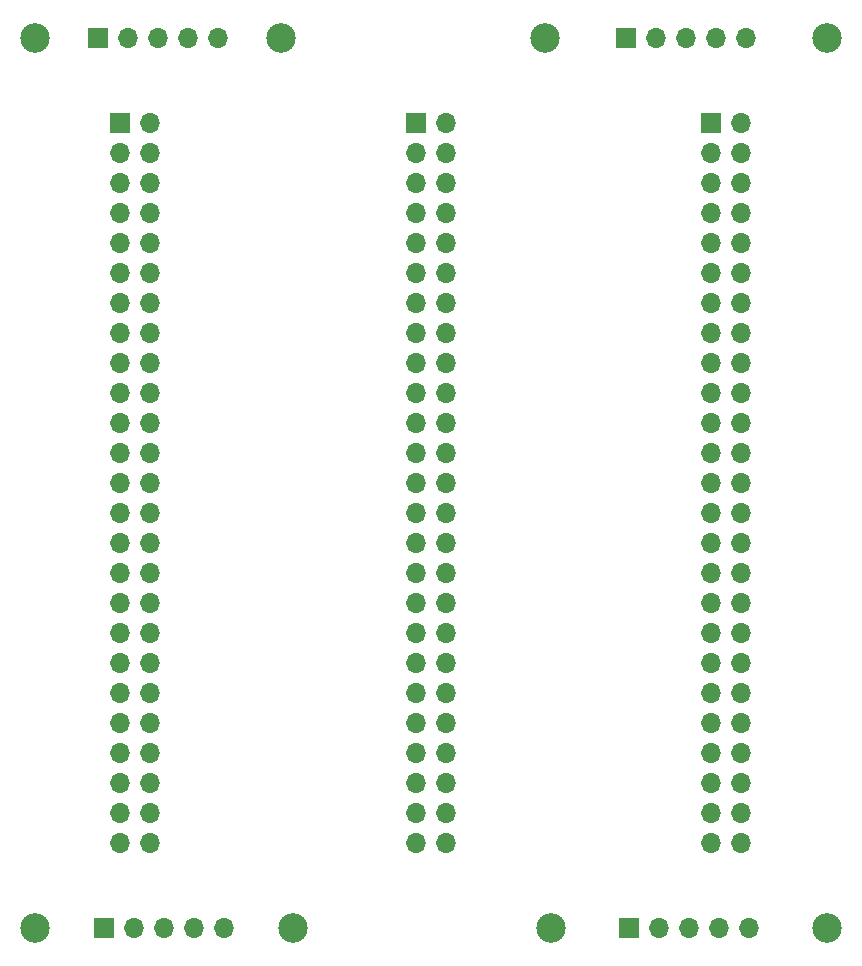
<source format=gbr>
%TF.GenerationSoftware,KiCad,Pcbnew,8.0.2*%
%TF.CreationDate,2024-09-15T20:03:39-05:00*%
%TF.ProjectId,fifty_pin_header_breakout,66696674-795f-4706-996e-5f6865616465,rev?*%
%TF.SameCoordinates,Original*%
%TF.FileFunction,Soldermask,Top*%
%TF.FilePolarity,Negative*%
%FSLAX46Y46*%
G04 Gerber Fmt 4.6, Leading zero omitted, Abs format (unit mm)*
G04 Created by KiCad (PCBNEW 8.0.2) date 2024-09-15 20:03:39*
%MOMM*%
%LPD*%
G01*
G04 APERTURE LIST*
%ADD10C,2.500000*%
%ADD11R,1.700000X1.700000*%
%ADD12O,1.700000X1.700000*%
G04 APERTURE END LIST*
D10*
%TO.C,REF\u002A\u002A*%
X113608333Y-42800000D03*
%TD*%
D11*
%TO.C,J6*%
X142795833Y-42800000D03*
D12*
X145335833Y-42800000D03*
X147875833Y-42800000D03*
X150415833Y-42800000D03*
X152955833Y-42800000D03*
%TD*%
D11*
%TO.C,J5*%
X143050000Y-118200000D03*
D12*
X145590000Y-118200000D03*
X148130000Y-118200000D03*
X150670000Y-118200000D03*
X153210000Y-118200000D03*
%TD*%
D10*
%TO.C,REF\u002A\u002A*%
X114625000Y-118200000D03*
%TD*%
%TO.C,REF\u002A\u002A*%
X92800000Y-42800000D03*
%TD*%
%TO.C,REF\u002A\u002A*%
X92800000Y-118200000D03*
%TD*%
%TO.C,REF\u002A\u002A*%
X159800000Y-42800000D03*
%TD*%
D11*
%TO.C,J7*%
X98129166Y-42800000D03*
D12*
X100669166Y-42800000D03*
X103209166Y-42800000D03*
X105749166Y-42800000D03*
X108289166Y-42800000D03*
%TD*%
D11*
%TO.C,J2*%
X125000000Y-50000000D03*
D12*
X127540000Y-50000000D03*
X125000000Y-52540000D03*
X127540000Y-52540000D03*
X125000000Y-55080000D03*
X127540000Y-55080000D03*
X125000000Y-57620000D03*
X127540000Y-57620000D03*
X125000000Y-60160000D03*
X127540000Y-60160000D03*
X125000000Y-62700000D03*
X127540000Y-62700000D03*
X125000000Y-65240000D03*
X127540000Y-65240000D03*
X125000000Y-67780000D03*
X127540000Y-67780000D03*
X125000000Y-70320000D03*
X127540000Y-70320000D03*
X125000000Y-72860000D03*
X127540000Y-72860000D03*
X125000000Y-75400000D03*
X127540000Y-75400000D03*
X125000000Y-77940000D03*
X127540000Y-77940000D03*
X125000000Y-80480000D03*
X127540000Y-80480000D03*
X125000000Y-83020000D03*
X127540000Y-83020000D03*
X125000000Y-85560000D03*
X127540000Y-85560000D03*
X125000000Y-88100000D03*
X127540000Y-88100000D03*
X125000000Y-90640000D03*
X127540000Y-90640000D03*
X125000000Y-93180000D03*
X127540000Y-93180000D03*
X125000000Y-95720000D03*
X127540000Y-95720000D03*
X125000000Y-98260000D03*
X127540000Y-98260000D03*
X125000000Y-100800000D03*
X127540000Y-100800000D03*
X125000000Y-103340000D03*
X127540000Y-103340000D03*
X125000000Y-105880000D03*
X127540000Y-105880000D03*
X125000000Y-108420000D03*
X127540000Y-108420000D03*
X125000000Y-110960000D03*
X127540000Y-110960000D03*
%TD*%
D11*
%TO.C,J4*%
X98637500Y-118200000D03*
D12*
X101177500Y-118200000D03*
X103717500Y-118200000D03*
X106257500Y-118200000D03*
X108797500Y-118200000D03*
%TD*%
D10*
%TO.C,REF\u002A\u002A*%
X136450000Y-118200000D03*
%TD*%
D11*
%TO.C,J3*%
X150000000Y-50000000D03*
D12*
X152540000Y-50000000D03*
X150000000Y-52540000D03*
X152540000Y-52540000D03*
X150000000Y-55080000D03*
X152540000Y-55080000D03*
X150000000Y-57620000D03*
X152540000Y-57620000D03*
X150000000Y-60160000D03*
X152540000Y-60160000D03*
X150000000Y-62700000D03*
X152540000Y-62700000D03*
X150000000Y-65240000D03*
X152540000Y-65240000D03*
X150000000Y-67780000D03*
X152540000Y-67780000D03*
X150000000Y-70320000D03*
X152540000Y-70320000D03*
X150000000Y-72860000D03*
X152540000Y-72860000D03*
X150000000Y-75400000D03*
X152540000Y-75400000D03*
X150000000Y-77940000D03*
X152540000Y-77940000D03*
X150000000Y-80480000D03*
X152540000Y-80480000D03*
X150000000Y-83020000D03*
X152540000Y-83020000D03*
X150000000Y-85560000D03*
X152540000Y-85560000D03*
X150000000Y-88100000D03*
X152540000Y-88100000D03*
X150000000Y-90640000D03*
X152540000Y-90640000D03*
X150000000Y-93180000D03*
X152540000Y-93180000D03*
X150000000Y-95720000D03*
X152540000Y-95720000D03*
X150000000Y-98260000D03*
X152540000Y-98260000D03*
X150000000Y-100800000D03*
X152540000Y-100800000D03*
X150000000Y-103340000D03*
X152540000Y-103340000D03*
X150000000Y-105880000D03*
X152540000Y-105880000D03*
X150000000Y-108420000D03*
X152540000Y-108420000D03*
X150000000Y-110960000D03*
X152540000Y-110960000D03*
%TD*%
D10*
%TO.C,REF\u002A\u002A*%
X135941666Y-42800000D03*
%TD*%
%TO.C,REF\u002A\u002A*%
X159800000Y-118200000D03*
%TD*%
D11*
%TO.C,J1*%
X100000000Y-49998250D03*
D12*
X102540000Y-49998250D03*
X100000000Y-52538250D03*
X102540000Y-52538250D03*
X100000000Y-55078250D03*
X102540000Y-55078250D03*
X100000000Y-57618250D03*
X102540000Y-57618250D03*
X100000000Y-60158250D03*
X102540000Y-60158250D03*
X100000000Y-62698250D03*
X102540000Y-62698250D03*
X100000000Y-65238250D03*
X102540000Y-65238250D03*
X100000000Y-67778250D03*
X102540000Y-67778250D03*
X100000000Y-70318250D03*
X102540000Y-70318250D03*
X100000000Y-72858250D03*
X102540000Y-72858250D03*
X100000000Y-75398250D03*
X102540000Y-75398250D03*
X100000000Y-77938250D03*
X102540000Y-77938250D03*
X100000000Y-80478250D03*
X102540000Y-80478250D03*
X100000000Y-83018250D03*
X102540000Y-83018250D03*
X100000000Y-85558250D03*
X102540000Y-85558250D03*
X100000000Y-88098250D03*
X102540000Y-88098250D03*
X100000000Y-90638250D03*
X102540000Y-90638250D03*
X100000000Y-93178250D03*
X102540000Y-93178250D03*
X100000000Y-95718250D03*
X102540000Y-95718250D03*
X100000000Y-98258250D03*
X102540000Y-98258250D03*
X100000000Y-100798250D03*
X102540000Y-100798250D03*
X100000000Y-103338250D03*
X102540000Y-103338250D03*
X100000000Y-105878250D03*
X102540000Y-105878250D03*
X100000000Y-108418250D03*
X102540000Y-108418250D03*
X100000000Y-110958250D03*
X102540000Y-110958250D03*
%TD*%
M02*

</source>
